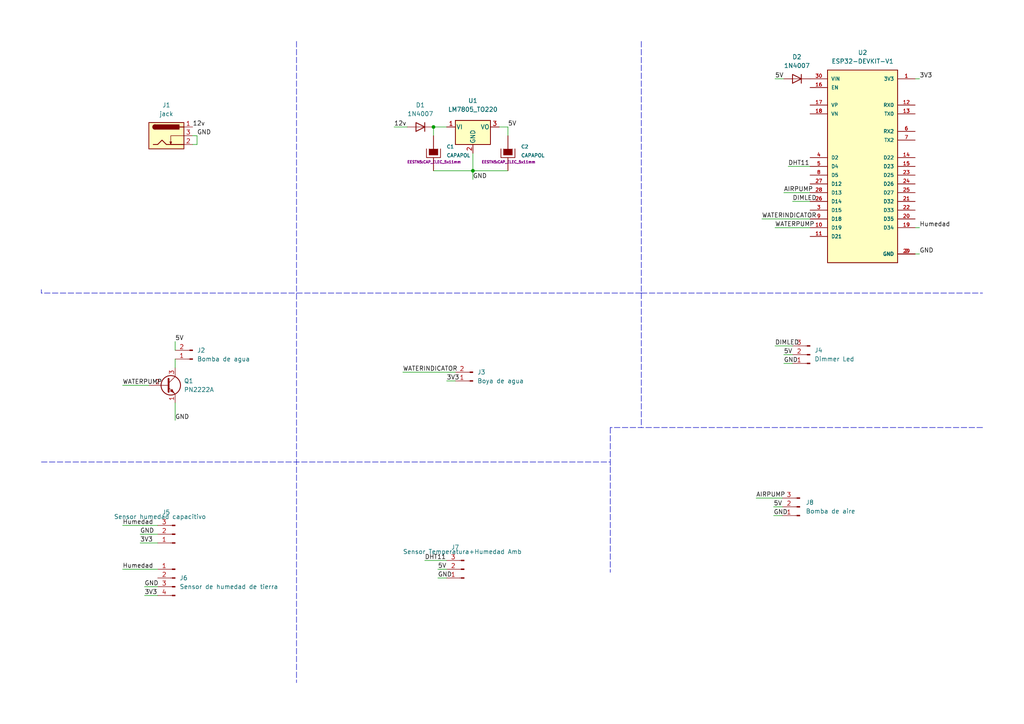
<source format=kicad_sch>
(kicad_sch (version 20211123) (generator eeschema)
  (paper "A4")
  (title_block (title "Hibernadero NaTech") (date "2022-09-16") (company "E.E.S.T. N°5 \"2 de Abril\" 6°3°") (comment 1 "Aarón Aramayo") (comment 2 "Uriel Duarte"))
  (lib_symbols
    (symbol "Connector:Conn_01x02_Male" (pin_names (offset 1.016) hide)
      (property "Reference" "J" (at 0 2.54 0))
      (property "Value" "Conn_01x02_Male" (at 0 -5.08 0))
      (symbol "Conn_01x02_Male_1_1"
        (polyline (pts (xy 1.27 -2.54) (xy 0.8636 -2.54)) (stroke (width 0.1524)))
        (polyline (pts (xy 1.27 0) (xy 0.8636 0)) (stroke (width 0.1524)))
        (rectangle (start 0.8636 -2.413) (end 0 -2.667) (stroke (width 0.1524)) (fill (type outline)))
        (rectangle (start 0.8636 0.127) (end 0 -0.127) (stroke (width 0.1524)) (fill (type outline)))
        (pin passive line (at 5.08 0 180) (length 3.81) (name "Pin_1") (number "1"))
        (pin passive line (at 5.08 -2.54 180) (length 3.81) (name "Pin_2") (number "2"))
      )
    )
    (symbol "Connector:Conn_01x03_Male" (pin_names (offset 1.016) hide)
      (property "Reference" "J" (at 0 5.08 0))
      (property "Value" "Conn_01x03_Male" (at 0 -5.08 0))
      (symbol "Conn_01x03_Male_1_1"
        (polyline (pts (xy 1.27 -2.54) (xy 0.8636 -2.54)) (stroke (width 0.1524)))
        (polyline (pts (xy 1.27 0) (xy 0.8636 0)) (stroke (width 0.1524)))
        (polyline (pts (xy 1.27 2.54) (xy 0.8636 2.54)) (stroke (width 0.1524)))
        (rectangle (start 0.8636 -2.413) (end 0 -2.667) (stroke (width 0.1524)) (fill (type outline)))
        (rectangle (start 0.8636 0.127) (end 0 -0.127) (stroke (width 0.1524)) (fill (type outline)))
        (rectangle (start 0.8636 2.667) (end 0 2.413) (stroke (width 0.1524)) (fill (type outline)))
        (pin passive line (at 5.08 2.54 180) (length 3.81) (name "Pin_1") (number "1"))
        (pin passive line (at 5.08 0 180) (length 3.81) (name "Pin_2") (number "2"))
        (pin passive line (at 5.08 -2.54 180) (length 3.81) (name "Pin_3") (number "3"))
      )
    )
    (symbol "Connector:Conn_01x04_Male" (pin_names (offset 1.016) hide)
      (property "Reference" "J" (at 0 5.08 0))
      (property "Value" "Conn_01x04_Male" (at 0 -7.62 0))
      (symbol "Conn_01x04_Male_1_1"
        (polyline (pts (xy 1.27 -5.08) (xy 0.8636 -5.08)) (stroke (width 0.1524)))
        (polyline (pts (xy 1.27 -2.54) (xy 0.8636 -2.54)) (stroke (width 0.1524)))
        (polyline (pts (xy 1.27 0) (xy 0.8636 0)) (stroke (width 0.1524)))
        (polyline (pts (xy 1.27 2.54) (xy 0.8636 2.54)) (stroke (width 0.1524)))
        (rectangle (start 0.8636 -4.953) (end 0 -5.207) (stroke (width 0.1524)) (fill (type outline)))
        (rectangle (start 0.8636 -2.413) (end 0 -2.667) (stroke (width 0.1524)) (fill (type outline)))
        (rectangle (start 0.8636 0.127) (end 0 -0.127) (stroke (width 0.1524)) (fill (type outline)))
        (rectangle (start 0.8636 2.667) (end 0 2.413) (stroke (width 0.1524)) (fill (type outline)))
        (pin passive line (at 5.08 2.54 180) (length 3.81) (name "Pin_1") (number "1"))
        (pin passive line (at 5.08 0 180) (length 3.81) (name "Pin_2") (number "2"))
        (pin passive line (at 5.08 -2.54 180) (length 3.81) (name "Pin_3") (number "3"))
        (pin passive line (at 5.08 -5.08 180) (length 3.81) (name "Pin_4") (number "4"))
      )
    )
    (symbol "Diode:1N4007" (pin_numbers hide) (pin_names (offset 1.016) hide)
      (property "Reference" "D" (at 0 2.54 0))
      (property "Value" "1N4007" (at 0 -2.54 0))
      (symbol "1N4007_0_1"
        (polyline (pts (xy -1.27 1.27) (xy -1.27 -1.27)) (stroke (width 0.254)))
        (polyline (pts (xy 1.27 0) (xy -1.27 0)))
        (polyline (pts (xy 1.27 1.27) (xy 1.27 -1.27) (xy -1.27 0) (xy 1.27 1.27)) (stroke (width 0.254)))
      )
      (symbol "1N4007_1_1"
        (pin passive line (at -3.81 0 0) (length 2.54) (name "K") (number "1"))
        (pin passive line (at 3.81 0 180) (length 2.54) (name "A") (number "2"))
      )
    )
    (symbol "EESTN5:CAPAPOL" (pin_numbers hide) (pin_names (offset 0.254) hide)
      (property "Reference" "C" (at 1.27 2.54 0))
      (property "Value" "CAPAPOL" (at 1.27 -2.54 0))
      (symbol "CAPAPOL_0_1"
        (polyline (pts (xy -2.032 1.27) (xy -2.032 -1.27) (xy 2.032 -1.27) (xy 2.032 1.27)) (stroke (width 0.2032)))
        (polyline (pts (xy -1.27 1.27) (xy -1.27 -0.508) (xy 1.27 -0.508) (xy 1.27 1.27)) (fill (type outline)))
      )
      (symbol "CAPAPOL_1_1"
        (pin passive line (at 0 5.08 270) (length 3.81) (name "~") (number "1"))
        (pin passive line (at 0 -5.08 90) (length 3.81) (name "~") (number "2"))
      )
    )
    (symbol "ESP32-DEVKIT-V1:ESP32-DEVKIT-V1" (pin_names (offset 1.016))
      (property "Reference" "U" (at -10.16 30.48 0))
      (property "Value" "ESP32-DEVKIT-V1" (at -10.16 -30.48 0))
      (symbol "ESP32-DEVKIT-V1_0_0"
        (rectangle (start -10.16 -27.94) (end 10.16 27.94) (stroke (width 0.254)) (fill (type background)))
        (pin output line (at 15.24 25.4 180) (length 5.08) (name "3V3") (number "1"))
        (pin bidirectional line (at -15.24 -17.78 0) (length 5.08) (name "D19") (number "10"))
        (pin bidirectional line (at -15.24 -20.32 0) (length 5.08) (name "D21") (number "11"))
        (pin input line (at 15.24 17.78 180) (length 5.08) (name "RX0") (number "12"))
        (pin output line (at 15.24 15.24 180) (length 5.08) (name "TX0") (number "13"))
        (pin bidirectional line (at 15.24 2.54 180) (length 5.08) (name "D22") (number "14"))
        (pin bidirectional line (at 15.24 0 180) (length 5.08) (name "D23") (number "15"))
        (pin input line (at -15.24 22.86 0) (length 5.08) (name "EN") (number "16"))
        (pin bidirectional line (at -15.24 17.78 0) (length 5.08) (name "VP") (number "17"))
        (pin bidirectional line (at -15.24 15.24 0) (length 5.08) (name "VN") (number "18"))
        (pin bidirectional line (at 15.24 -17.78 180) (length 5.08) (name "D34") (number "19"))
        (pin power_in line (at 15.24 -25.4 180) (length 5.08) (name "GND") (number "2"))
        (pin bidirectional line (at 15.24 -15.24 180) (length 5.08) (name "D35") (number "20"))
        (pin bidirectional line (at 15.24 -10.16 180) (length 5.08) (name "D32") (number "21"))
        (pin bidirectional line (at 15.24 -12.7 180) (length 5.08) (name "D33") (number "22"))
        (pin bidirectional line (at 15.24 -2.54 180) (length 5.08) (name "D25") (number "23"))
        (pin bidirectional line (at 15.24 -5.08 180) (length 5.08) (name "D26") (number "24"))
        (pin bidirectional line (at 15.24 -7.62 180) (length 5.08) (name "D27") (number "25"))
        (pin bidirectional line (at -15.24 -10.16 0) (length 5.08) (name "D14") (number "26"))
        (pin bidirectional line (at -15.24 -5.08 0) (length 5.08) (name "D12") (number "27"))
        (pin bidirectional line (at -15.24 -7.62 0) (length 5.08) (name "D13") (number "28"))
        (pin power_in line (at 15.24 -25.4 180) (length 5.08) (name "GND") (number "29"))
        (pin bidirectional line (at -15.24 -12.7 0) (length 5.08) (name "D15") (number "3"))
        (pin input line (at -15.24 25.4 0) (length 5.08) (name "VIN") (number "30"))
        (pin bidirectional line (at -15.24 2.54 0) (length 5.08) (name "D2") (number "4"))
        (pin bidirectional line (at -15.24 0 0) (length 5.08) (name "D4") (number "5"))
        (pin input line (at 15.24 10.16 180) (length 5.08) (name "RX2") (number "6"))
        (pin output line (at 15.24 7.62 180) (length 5.08) (name "TX2") (number "7"))
        (pin bidirectional line (at -15.24 -2.54 0) (length 5.08) (name "D5") (number "8"))
        (pin bidirectional line (at -15.24 -15.24 0) (length 5.08) (name "D18") (number "9"))
      )
    )
    (symbol "Regulator_Linear:LM7805_TO220" (pin_names (offset 0.254))
      (property "Reference" "U" (at -3.81 3.175 0))
      (property "Value" "LM7805_TO220" (at 0 3.175 0))
      (symbol "LM7805_TO220_0_1"
        (rectangle (start -5.08 1.905) (end 5.08 -5.08) (stroke (width 0.254)) (fill (type background)))
      )
      (symbol "LM7805_TO220_1_1"
        (pin power_in line (at -7.62 0 0) (length 2.54) (name "VI") (number "1"))
        (pin power_in line (at 0 -7.62 90) (length 2.54) (name "GND") (number "2"))
        (pin power_out line (at 7.62 0 180) (length 2.54) (name "VO") (number "3"))
      )
    )
    (symbol "Transistor_BJT:PN2222A" (pin_names (offset 0) hide)
      (property "Reference" "Q" (at 5.08 1.905 0))
      (property "Value" "PN2222A" (at 5.08 0 0))
      (symbol "PN2222A_0_1"
        (polyline (pts (xy 0 0) (xy 0.635 0)))
        (polyline (pts (xy 2.54 -2.54) (xy 0.635 -0.635)))
        (polyline (pts (xy 2.54 2.54) (xy 0.635 0.635)))
        (polyline (pts (xy 0.635 1.905) (xy 0.635 -1.905) (xy 0.635 -1.905)) (stroke (width 0.508)))
        (polyline (pts (xy 2.413 -2.413) (xy 1.905 -1.905) (xy 1.905 -1.905)))
        (polyline (pts (xy 1.143 -1.651) (xy 1.651 -1.143) (xy 2.159 -2.159) (xy 1.143 -1.651) (xy 1.143 -1.651)) (fill (type outline)))
        (circle (center 1.27 0) (radius 2.8194) (stroke (width 0.254)))
      )
      (symbol "PN2222A_1_1"
        (pin passive line (at 2.54 -5.08 90) (length 2.54) (name "E") (number "1"))
        (pin input line (at -5.08 0 0) (length 5.08) (name "B") (number "2"))
        (pin passive line (at 2.54 5.08 270) (length 2.54) (name "C") (number "3"))
      )
    )
    (symbol "macrolib:jack" (pin_names (offset 1.016))
      (property "Reference" "J" (at 0 0 0))
      (property "Value" "jack" (at 0 0 0))
      (symbol "jack_0_1"
        (polyline (pts (xy 1.016 -6.858) (xy 1.27 -7.62) (xy 1.524 -6.858)))
        (polyline (pts (xy 1.397 -6.858) (xy 1.27 -7.239) (xy 1.143 -6.858)))
        (rectangle (start 1.27 -6.858) (end 1.016 -6.858))
        (rectangle (start 1.27 -6.858) (end 1.27 -6.858))
        (rectangle (start 1.27 -6.858) (end 1.524 -6.858))
        (rectangle (start 5.08 -5.08) (end 1.27 -7.62))
      )
      (symbol "jack_1_1"
        (rectangle (start -5.08 -1.27) (end 5.08 -8.89) (stroke (width 0.254)) (fill (type background)))
        (arc (start -3.302 -1.905) (mid -3.937 -2.54) (end -3.302 -3.175) (stroke (width 0.254)))
        (arc (start -3.302 -1.905) (mid -3.937 -2.54) (end -3.302 -3.175) (stroke (width 0.254)) (fill (type outline)))
        (polyline (pts (xy 5.08 -2.54) (xy 3.81 -2.54)) (stroke (width 0.254)))
        (polyline (pts (xy -3.81 -7.62) (xy -2.54 -7.62) (xy -1.27 -6.35) (xy 0 -7.62) (xy 2.54 -7.62) (xy 5.08 -7.62)) (stroke (width 0.254)))
        (rectangle (start 3.683 -1.905) (end -3.302 -3.175) (stroke (width 0.254)) (fill (type outline)))
        (pin passive line (at 7.62 -2.54 180) (length 2.54) (name "~") (number "1"))
        (pin passive line (at 7.62 -7.62 180) (length 2.54) (name "~") (number "2"))
        (pin passive line (at 7.62 -5.08 180) (length 2.54) (name "~") (number "3"))
      )
    )
  )
  (junction (at 137.16 49.53))
  (junction (at 125.73 36.83))
  (wire (pts (xy 224.79 22.86) (xy 227.33 22.86)))
  (wire (pts (xy 35.56 165.1) (xy 45.72 165.1)))
  (wire (pts (xy 41.91 170.18) (xy 45.72 170.18)))
  (wire (pts (xy 137.16 52.07) (xy 137.16 49.53)))
  (wire (pts (xy 137.16 49.53) (xy 137.16 44.45)))
  (wire (pts (xy 129.54 110.49) (xy 132.08 110.49)))
  (wire (pts (xy 265.43 22.86) (xy 266.7 22.86)))
  (polyline (pts (xy 86 12) (xy 86 198)))
  (wire (pts (xy 224.38 147) (xy 226.92 147)))
  (polyline (pts (xy 186 85) (xy 12 85)))
  (wire (pts (xy 147.32 36.83) (xy 144.78 36.83)))
  (wire (pts (xy 125.73 36.83) (xy 125.73 39.37)))
  (wire (pts (xy 57.15 39.37) (xy 57.15 41.91)))
  (polyline (pts (xy 285 124) (xy 177 124)))
  (wire (pts (xy 35.56 152.4) (xy 45.72 152.4)))
  (wire (pts (xy 266.7 73.66) (xy 265.43 73.66)))
  (wire (pts (xy 227.33 105.41) (xy 229.87 105.41)))
  (wire (pts (xy 50.8 121.92) (xy 50.8 116.84)))
  (wire (pts (xy 125.73 49.53) (xy 137.16 49.53)))
  (polyline (pts (xy 12 85) (xy 12 84)))
  (wire (pts (xy 127 167.64) (xy 129.54 167.64)))
  (polyline (pts (xy 177 134) (xy 177 135)))
  (wire (pts (xy 224.79 66.04) (xy 234.95 66.04)))
  (wire (pts (xy 40.64 157.48) (xy 45.72 157.48)))
  (wire (pts (xy 224.38 149.54) (xy 226.92 149.54)))
  (wire (pts (xy 116.84 107.95) (xy 132.08 107.95)))
  (wire (pts (xy 227.33 102.87) (xy 229.87 102.87)))
  (wire (pts (xy 35.56 111.76) (xy 43.18 111.76)))
  (wire (pts (xy 127 165.1) (xy 129.54 165.1)))
  (wire (pts (xy 265.43 66.04) (xy 266.7 66.04)))
  (wire (pts (xy 227.33 55.88) (xy 234.95 55.88)))
  (wire (pts (xy 50.8 99.06) (xy 50.8 101.6)))
  (wire (pts (xy 57.15 41.91) (xy 55.88 41.91)))
  (polyline (pts (xy 177 124) (xy 177 166)))
  (wire (pts (xy 224.79 100.33) (xy 229.87 100.33)))
  (polyline (pts (xy 186 12) (xy 186 85)))
  (wire (pts (xy 220.98 63.5) (xy 234.95 63.5)))
  (wire (pts (xy 123.19 162.56) (xy 129.54 162.56)))
  (wire (pts (xy 147.32 36.83) (xy 147.32 39.37)))
  (polyline (pts (xy 186 85) (xy 285 85)))
  (wire (pts (xy 41.91 172.72) (xy 45.72 172.72)))
  (wire (pts (xy 50.8 104.14) (xy 50.8 106.68)))
  (wire (pts (xy 219.3 144.46) (xy 226.92 144.46)))
  (wire (pts (xy 229.87 58.42) (xy 234.95 58.42)))
  (wire (pts (xy 114.3 36.83) (xy 118.11 36.83)))
  (wire (pts (xy 125.73 36.83) (xy 129.54 36.83)))
  (polyline (pts (xy 12 134) (xy 177 134)))
  (wire (pts (xy 137.16 49.53) (xy 147.32 49.53)))
  (wire (pts (xy 55.88 39.37) (xy 57.15 39.37)))
  (polyline (pts (xy 186 85) (xy 186 124)))
  (wire (pts (xy 228.6 48.26) (xy 234.95 48.26)))
  (wire (pts (xy 40.64 154.94) (xy 45.72 154.94)))
  (label "Humedad" (at 35.56 152.4 0))
  (label "5V" (at 224.79 22.86 0))
  (label "3V3" (at 41.91 172.72 0))
  (label "WATERPUMP" (at 224.79 66.04 0))
  (label "WATERINDICATOR" (at 220.98 63.5 0))
  (label "Humedad" (at 266.7 66.04 0))
  (label "AIRPUMP" (at 227.33 55.88 0))
  (label "AIRPUMP" (at 219.3 144.46 0))
  (label "GND" (at 50.8 121.92 0))
  (label "WATERINDICATOR" (at 116.84 107.95 0))
  (label "12v" (at 114.3 36.83 0))
  (label "Humedad" (at 35.56 165.1 0))
  (label "5V" (at 227.33 102.87 0))
  (label "GND" (at 224.38 149.54 0))
  (label "DHT11" (at 228.6 48.26 0))
  (label "GND" (at 137.16 52.07 0))
  (label "5V" (at 127 165.1 0))
  (label "GND" (at 41.91 170.18 0))
  (label "5V" (at 224.38 147 0))
  (label "3V3" (at 266.7 22.86 0))
  (label "5V" (at 147.32 36.83 0))
  (label "12v" (at 55.88 36.83 0))
  (label "GND" (at 227.33 105.41 0))
  (label "3V3" (at 40.64 157.48 0))
  (label "DIMLED" (at 229.87 58.42 0))
  (label "DHT11" (at 123.19 162.56 0))
  (label "GND" (at 127 167.64 0))
  (label "3V3" (at 129.54 110.49 0))
  (label "GND" (at 57.15 39.37 0))
  (label "5V" (at 50.8 99.06 0))
  (label "GND" (at 266.7 73.66 0))
  (label "WATERPUMP" (at 35.56 111.76 0))
  (label "DIMLED" (at 224.79 100.33 0))
  (label "GND" (at 40.64 154.94 0))
  (symbol (lib_id "macrolib:jack") (at 48.26 34.29 0) (unit 1)
    (property "Reference" "J1" (at 48.26 30.48 0))
    (property "Value" "jack" (at 48.26 33.02 0))
    (property "Footprint" "MacroLib:Jack_hembra_DC_barrel" (effects hide))
  )
  (symbol (lib_id "Connector:Conn_01x03_Male") (at 134.62 165.1 180) (unit 1)
    (property "Reference" "J7" (at 130.81 158.75 0) (effects (justify right)))
    (property "Value" "Sensor Temperatura+Humedad Amb" (at 116.84 160.02 0) (effects (justify right)))
    (property "Footprint" "EESTN5:Pin_Strip_3_90" (effects hide))
  )
  (symbol (lib_id "Connector:Conn_01x03_Male") (at 232 147 180) (unit 1)
    (property "Reference" "J8" (at 233.68 145.7299 0) (effects (justify right)))
    (property "Value" "Bomba de aire" (at 233.68 148.2699 0) (effects (justify right)))
    (property "Footprint" "EESTN5:Pin_Strip_3_90" (effects hide))
  )
  (symbol (lib_id "Regulator_Linear:LM7805_TO220") (at 137.16 36.83 0) (unit 1)
    (property "Reference" "U1" (at 137.16 29.21 0))
    (property "Value" "LM7805_TO220" (at 137.16 31.75 0))
    (property "Footprint" "Package_TO_SOT_THT:TO-220-3_Vertical" (effects hide))
    (property "Datasheet" "https://www.onsemi.cn/PowerSolutions/document/MC7800-D.PDF" (effects hide))
  )
  (symbol (lib_id "Connector:Conn_01x03_Male") (at 50.8 154.94 180) (unit 1)
    (property "Reference" "J5" (at 46.99 148.59 0) (effects (justify right)))
    (property "Value" "Sensor humedad capacitivo" (at 33.02 149.86 0) (effects (justify right)))
    (property "Footprint" "EESTN5:Pin_Strip_3_90" (effects hide))
  )
  (symbol (lib_id "Diode:1N4007") (at 121.92 36.83 180) (unit 1)
    (property "Reference" "D1" (at 121.92 30.48 0))
    (property "Value" "1N4007" (at 121.92 33.02 0))
    (property "Footprint" "Diode_THT:D_DO-41_SOD81_P10.16mm_Horizontal" (effects hide))
    (property "Datasheet" "http://www.vishay.com/docs/88503/1n4001.pdf" (effects hide))
  )
  (symbol (lib_id "Connector:Conn_01x02_Male") (at 137.16 110.49 180) (unit 1)
    (property "Reference" "J3" (at 138.43 107.9499 0) (effects (justify right)))
    (property "Value" "Boya de agua" (at 138.43 110.4899 0) (effects (justify right)))
    (property "Footprint" "EESTN5:Pin_Strip_2_90" (effects hide))
  )
  (symbol (lib_id "ESP32-DEVKIT-V1:ESP32-DEVKIT-V1") (at 250.19 48.26 0) (unit 1)
    (property "Reference" "U2" (at 250.19 15.24 0))
    (property "Value" "ESP32-DEVKIT-V1" (at 250.19 17.78 0))
    (property "Footprint" "EESTN5:ESP32_DevKit_V1_CH9102X" (effects hide))
    (property "STANDARD" "Manufacturer Recommendations" (effects hide))
    (property "MAXIMUM_PACKAGE_HEIGHT" "6.8 mm" (effects hide))
    (property "PARTREV" "N/A" (effects hide))
    (property "MANUFACTURER" "DOIT" (effects hide))
  )
  (symbol (lib_id "Connector:Conn_01x04_Male") (at 50.8 167.64 0) (mirror y) (unit 1)
    (property "Reference" "J6" (at 52.07 167.6399 0) (effects (justify right)))
    (property "Value" "Sensor de humedad de tierra" (at 52.07 170.1799 0) (effects (justify right)))
    (property "Footprint" "EESTN5:pin_strip_4" (effects hide))
  )
  (symbol (lib_id "Transistor_BJT:PN2222A") (at 48.26 111.76 0) (unit 1)
    (property "Reference" "Q1" (at 53.34 110.4899 0) (effects (justify left)))
    (property "Value" "PN2222A" (at 53.34 113.0299 0) (effects (justify left)))
    (property "Footprint" "Package_TO_SOT_THT:TO-92_Inline" (effects hide))
    (property "Datasheet" "https://www.onsemi.com/pub/Collateral/PN2222-D.PDF" (effects hide))
  )
  (symbol (lib_id "EESTN5:CAPAPOL") (at 125.73 44.45 0) (unit 1)
    (property "Reference" "C1" (at 129.54 42.545 0) (effects (font (size 1.016 1.016)) (justify left)))
    (property "Value" "CAPAPOL" (at 129.54 45.085 0) (effects (font (size 1.016 1.016)) (justify left)))
    (property "Footprint" "EESTN5:CAP_ELEC_5x11mm" (at 118.11 46.99 0) (effects (font (size 0.762 0.762)) (justify left)))
  )
  (symbol (lib_id "EESTN5:CAPAPOL") (at 147.32 44.45 0) (unit 1)
    (property "Reference" "C2" (at 151.13 42.545 0) (effects (font (size 1.016 1.016)) (justify left)))
    (property "Value" "CAPAPOL" (at 151.13 45.085 0) (effects (font (size 1.016 1.016)) (justify left)))
    (property "Footprint" "EESTN5:CAP_ELEC_5x11mm" (at 139.7 46.99 0) (effects (font (size 0.762 0.762)) (justify left)))
  )
  (symbol (lib_id "Connector:Conn_01x02_Male") (at 55.88 104.14 180) (unit 1)
    (property "Reference" "J2" (at 57.15 101.5999 0) (effects (justify right)))
    (property "Value" "Bomba de agua" (at 57.15 104.1399 0) (effects (justify right)))
    (property "Footprint" "EESTN5:Pin_Strip_2_90" (effects hide))
  )
  (symbol (lib_id "Diode:1N4007") (at 231.14 22.86 180) (unit 1)
    (property "Reference" "D2" (at 231.14 16.51 0))
    (property "Value" "1N4007" (at 231.14 19.05 0))
    (property "Footprint" "Diode_THT:D_DO-41_SOD81_P10.16mm_Horizontal" (effects hide))
    (property "Datasheet" "http://www.vishay.com/docs/88503/1n4001.pdf" (effects hide))
  )
  (symbol (lib_id "Connector:Conn_01x03_Male") (at 234.95 102.87 180) (unit 1)
    (property "Reference" "J4" (at 236.22 101.5999 0) (effects (justify right)))
    (property "Value" "Dimmer Led" (at 236.22 104.1399 0) (effects (justify right)))
    (property "Footprint" "EESTN5:Pin_Strip_3_90" (effects hide))
  )
)
</source>
